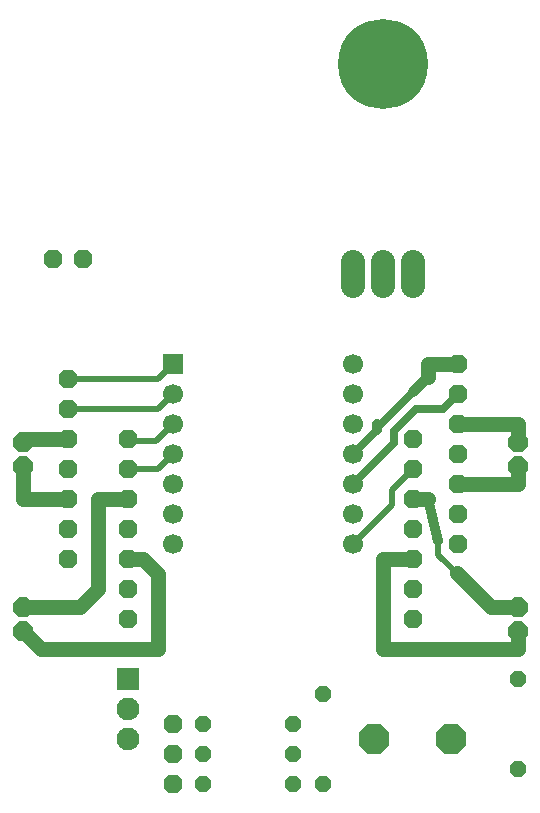
<source format=gbr>
%TF.GenerationSoftware,KiCad,Pcbnew,7.0.9*%
%TF.CreationDate,2023-11-20T12:16:38-05:00*%
%TF.ProjectId,uTerreSoRo_v4.1_bigger_pads_RSC,75546572-7265-4536-9f52-6f5f76342e31,rev?*%
%TF.SameCoordinates,Original*%
%TF.FileFunction,Copper,L16,Bot*%
%TF.FilePolarity,Positive*%
%FSLAX46Y46*%
G04 Gerber Fmt 4.6, Leading zero omitted, Abs format (unit mm)*
G04 Created by KiCad (PCBNEW 7.0.9) date 2023-11-20 12:16:38*
%MOMM*%
%LPD*%
G01*
G04 APERTURE LIST*
G04 Aperture macros list*
%AMOutline5P*
0 Free polygon, 5 corners , with rotation*
0 The origin of the aperture is its center*
0 number of corners: always 5*
0 $1 to $10 corner X, Y*
0 $11 Rotation angle, in degrees counterclockwise*
0 create outline with 5 corners*
4,1,5,$1,$2,$3,$4,$5,$6,$7,$8,$9,$10,$1,$2,$11*%
%AMOutline6P*
0 Free polygon, 6 corners , with rotation*
0 The origin of the aperture is its center*
0 number of corners: always 6*
0 $1 to $12 corner X, Y*
0 $13 Rotation angle, in degrees counterclockwise*
0 create outline with 6 corners*
4,1,6,$1,$2,$3,$4,$5,$6,$7,$8,$9,$10,$11,$12,$1,$2,$13*%
%AMOutline7P*
0 Free polygon, 7 corners , with rotation*
0 The origin of the aperture is its center*
0 number of corners: always 7*
0 $1 to $14 corner X, Y*
0 $15 Rotation angle, in degrees counterclockwise*
0 create outline with 7 corners*
4,1,7,$1,$2,$3,$4,$5,$6,$7,$8,$9,$10,$11,$12,$13,$14,$1,$2,$15*%
%AMOutline8P*
0 Free polygon, 8 corners , with rotation*
0 The origin of the aperture is its center*
0 number of corners: always 8*
0 $1 to $16 corner X, Y*
0 $17 Rotation angle, in degrees counterclockwise*
0 create outline with 8 corners*
4,1,8,$1,$2,$3,$4,$5,$6,$7,$8,$9,$10,$11,$12,$13,$14,$15,$16,$1,$2,$17*%
G04 Aperture macros list end*
%TA.AperFunction,ComponentPad*%
%ADD10Outline8P,-0.800100X0.331412X-0.331412X0.800100X0.331412X0.800100X0.800100X0.331412X0.800100X-0.331412X0.331412X-0.800100X-0.331412X-0.800100X-0.800100X-0.331412X0.000000*%
%TD*%
%TA.AperFunction,ComponentPad*%
%ADD11C,7.620000*%
%TD*%
%TA.AperFunction,ComponentPad*%
%ADD12O,2.032000X4.064000*%
%TD*%
%TA.AperFunction,ComponentPad*%
%ADD13Outline8P,-0.660400X0.273547X-0.273547X0.660400X0.273547X0.660400X0.660400X0.273547X0.660400X-0.273547X0.273547X-0.660400X-0.273547X-0.660400X-0.660400X-0.273547X0.000000*%
%TD*%
%TA.AperFunction,ComponentPad*%
%ADD14C,1.700000*%
%TD*%
%TA.AperFunction,ComponentPad*%
%ADD15R,1.700000X1.700000*%
%TD*%
%TA.AperFunction,ComponentPad*%
%ADD16Outline8P,-0.660400X0.273547X-0.273547X0.660400X0.273547X0.660400X0.660400X0.273547X0.660400X-0.273547X0.273547X-0.660400X-0.273547X-0.660400X-0.660400X-0.273547X180.000000*%
%TD*%
%TA.AperFunction,ComponentPad*%
%ADD17Outline8P,-0.660400X0.273547X-0.273547X0.660400X0.273547X0.660400X0.660400X0.273547X0.660400X-0.273547X0.273547X-0.660400X-0.273547X-0.660400X-0.660400X-0.273547X270.000000*%
%TD*%
%TA.AperFunction,ComponentPad*%
%ADD18Outline8P,-0.838200X0.347194X-0.347194X0.838200X0.347194X0.838200X0.838200X0.347194X0.838200X-0.347194X0.347194X-0.838200X-0.347194X-0.838200X-0.838200X-0.347194X90.000000*%
%TD*%
%TA.AperFunction,ComponentPad*%
%ADD19Outline8P,-0.660400X0.273547X-0.273547X0.660400X0.273547X0.660400X0.660400X0.273547X0.660400X-0.273547X0.273547X-0.660400X-0.273547X-0.660400X-0.660400X-0.273547X90.000000*%
%TD*%
%TA.AperFunction,ComponentPad*%
%ADD20Outline8P,-1.270000X0.526051X-0.526051X1.270000X0.526051X1.270000X1.270000X0.526051X1.270000X-0.526051X0.526051X-1.270000X-0.526051X-1.270000X-1.270000X-0.526051X0.000000*%
%TD*%
%TA.AperFunction,ComponentPad*%
%ADD21C,1.930400*%
%TD*%
%TA.AperFunction,ComponentPad*%
%ADD22R,1.930400X1.930400*%
%TD*%
%TA.AperFunction,Conductor*%
%ADD23C,0.500000*%
%TD*%
%TA.AperFunction,Conductor*%
%ADD24C,1.270000*%
%TD*%
%TA.AperFunction,Conductor*%
%ADD25C,0.812800*%
%TD*%
%TA.AperFunction,Conductor*%
%ADD26C,0.700000*%
%TD*%
G04 APERTURE END LIST*
D10*
%TO.P,PAD38,1*%
%TO.N,GND*%
X130721100Y-82778600D03*
%TD*%
%TO.P,PAD37,1*%
%TO.N,VCC*%
X133261100Y-82778600D03*
%TD*%
D11*
%TO.P,U2,HEAT*%
%TO.N,GND*%
X158661100Y-66268600D03*
D12*
%TO.P,U2,3*%
%TO.N,VCC5V*%
X161201100Y-84048600D03*
%TO.P,U2,2*%
%TO.N,GND*%
X158661100Y-84048600D03*
%TO.P,U2,1*%
%TO.N,VCC*%
X156121100Y-84048600D03*
%TD*%
D13*
%TO.P,R3,2*%
%TO.N,REFV*%
X151041100Y-124688600D03*
%TO.P,R3,1*%
%TO.N,SERIES*%
X143421100Y-124688600D03*
%TD*%
D14*
%TO.P,U1,14*%
%TO.N,VCC5V*%
X156121100Y-91668600D03*
%TO.P,U1,13*%
%TO.N,GND*%
X156121100Y-94208600D03*
%TO.P,U1,12*%
%TO.N,N/C*%
X156121100Y-96748600D03*
%TO.P,U1,11*%
%TO.N,IN7*%
X156121100Y-99288600D03*
%TO.P,U1,10*%
%TO.N,IN8*%
X156121100Y-101828600D03*
%TO.P,U1,9*%
%TO.N,IN5*%
X156121100Y-104368600D03*
%TO.P,U1,8*%
%TO.N,IN6*%
X156121100Y-106908600D03*
%TO.P,U1,7*%
%TO.N,N/C*%
X140881100Y-106908600D03*
%TO.P,U1,6*%
%TO.N,SCL*%
X140881100Y-104368600D03*
%TO.P,U1,5*%
%TO.N,SDA*%
X140881100Y-101828600D03*
%TO.P,U1,4*%
%TO.N,IN4*%
X140881100Y-99288600D03*
%TO.P,U1,3*%
%TO.N,IN3*%
X140881100Y-96748600D03*
%TO.P,U1,2*%
%TO.N,IN2*%
X140881100Y-94208600D03*
D15*
%TO.P,U1,1*%
%TO.N,IN1*%
X140881100Y-91668600D03*
%TD*%
D10*
%TO.P,PAD39,1*%
%TO.N,VOUT*%
X140881100Y-122148600D03*
%TD*%
%TO.P,PAD40,1*%
%TO.N,GND*%
X140881100Y-124688600D03*
%TD*%
%TO.P,PAD41,1*%
%TO.N,REFV*%
X140881100Y-127228600D03*
%TD*%
D16*
%TO.P,R1,2*%
%TO.N,GND*%
X143421100Y-122148600D03*
%TO.P,R1,1*%
%TO.N,REFV*%
X151041100Y-122148600D03*
%TD*%
D13*
%TO.P,R2,2*%
%TO.N,VCC*%
X151041100Y-127228600D03*
%TO.P,R2,1*%
%TO.N,SERIES*%
X143421100Y-127228600D03*
%TD*%
D17*
%TO.P,R4,2*%
%TO.N,VCC*%
X153581100Y-127228600D03*
%TO.P,R4,1*%
%TO.N,VOUT*%
X153581100Y-119608600D03*
%TD*%
D18*
%TO.P,P1,1*%
%TO.N,GNDM1*%
X128181100Y-98288600D03*
%TO.P,P1,2*%
%TO.N,VCCM1*%
X128181100Y-100288600D03*
%TD*%
%TO.P,P2,1*%
%TO.N,GNDM2*%
X128181100Y-112258600D03*
%TO.P,P2,2*%
%TO.N,VCCM2*%
X128181100Y-114258600D03*
%TD*%
%TO.P,P3,1*%
%TO.N,GNDM3*%
X170091100Y-112258600D03*
%TO.P,P3,2*%
%TO.N,VCCM3*%
X170091100Y-114258600D03*
%TD*%
%TO.P,P4,1*%
%TO.N,GNDM4*%
X170091100Y-98288600D03*
%TO.P,P4,2*%
%TO.N,VCCM4*%
X170091100Y-100288600D03*
%TD*%
D19*
%TO.P,R5,2*%
%TO.N,VCC*%
X170091100Y-118338600D03*
%TO.P,R5,1*%
%TO.N,BPOS*%
X170091100Y-125958600D03*
%TD*%
D20*
%TO.P,SP1,2*%
%TO.N,BPOS*%
X164452300Y-123418600D03*
%TO.P,SP1,1*%
%TO.N,DRAIN*%
X157949900Y-123418600D03*
%TD*%
D21*
%TO.P,Q1,3*%
%TO.N,VOUT*%
X137071100Y-123418600D03*
%TO.P,Q1,2*%
%TO.N,DRAIN*%
X137071100Y-120878600D03*
D22*
%TO.P,Q1,1*%
%TO.N,GND*%
X137071100Y-118338600D03*
%TD*%
D10*
%TO.P,PAD29,1*%
%TO.N,VCC*%
X131991100Y-108178600D03*
%TD*%
%TO.P,PAD30,1*%
%TO.N,N/C*%
X131991100Y-105638600D03*
%TD*%
%TO.P,PAD31,1*%
%TO.N,VCCM1*%
X131991100Y-103098600D03*
%TD*%
%TO.P,PAD32,1*%
%TO.N,GND*%
X131991100Y-100558600D03*
%TD*%
%TO.P,PAD33,1*%
%TO.N,GNDM1*%
X131991100Y-98018600D03*
%TD*%
%TO.P,PAD34,1*%
%TO.N,IN2*%
X131991100Y-95478600D03*
%TD*%
%TO.P,PAD35,1*%
%TO.N,IN1*%
X131991100Y-92938600D03*
%TD*%
%TO.P,PAD36,1*%
%TO.N,IN3*%
X137071100Y-98018600D03*
%TD*%
%TO.P,PAD42,1*%
%TO.N,IN4*%
X137071100Y-100558600D03*
%TD*%
%TO.P,PAD43,1*%
%TO.N,GNDM2*%
X137071100Y-103098600D03*
%TD*%
%TO.P,PAD44,1*%
%TO.N,GND*%
X137071100Y-105638600D03*
%TD*%
%TO.P,PAD45,1*%
%TO.N,VCCM2*%
X137071100Y-108178600D03*
%TD*%
%TO.P,PAD46,1*%
%TO.N,N/C*%
X137071100Y-110718600D03*
%TD*%
%TO.P,PAD47,1*%
%TO.N,VCC*%
X137071100Y-113258600D03*
%TD*%
%TO.P,PAD48,1*%
%TO.N,VCC*%
X161201100Y-113258600D03*
%TD*%
%TO.P,PAD49,1*%
%TO.N,N/C*%
X161201100Y-110718600D03*
%TD*%
%TO.P,PAD50,1*%
%TO.N,VCCM3*%
X161201100Y-108178600D03*
%TD*%
%TO.P,PAD51,1*%
%TO.N,GND*%
X161201100Y-105638600D03*
%TD*%
%TO.P,PAD52,1*%
%TO.N,GNDM3*%
X161201100Y-103098600D03*
%TD*%
%TO.P,PAD53,1*%
%TO.N,IN6*%
X161201100Y-100558600D03*
%TD*%
%TO.P,PAD54,1*%
%TO.N,IN5*%
X161201100Y-98018600D03*
%TD*%
%TO.P,PAD55,1*%
%TO.N,IN7*%
X165011100Y-91668600D03*
%TD*%
%TO.P,PAD56,1*%
%TO.N,IN8*%
X165011100Y-94208600D03*
%TD*%
%TO.P,PAD57,1*%
%TO.N,GNDM4*%
X165011100Y-96748600D03*
%TD*%
%TO.P,PAD58,1*%
%TO.N,GND*%
X165011100Y-99288600D03*
%TD*%
%TO.P,PAD59,1*%
%TO.N,VCCM4*%
X165011100Y-101828600D03*
%TD*%
%TO.P,PAD60,1*%
%TO.N,N/C*%
X165011100Y-104368600D03*
%TD*%
%TO.P,PAD61,1*%
%TO.N,VCC*%
X165011100Y-106908600D03*
%TD*%
D23*
%TO.N,IN1*%
X139611100Y-92938600D02*
X131991100Y-92938600D01*
X140881100Y-91668600D02*
X139611100Y-92938600D01*
%TO.N,IN2*%
X139611100Y-95478600D02*
X131991100Y-95478600D01*
X140881100Y-94208600D02*
X139611100Y-95478600D01*
%TO.N,IN3*%
X137223500Y-98171000D02*
X137071100Y-98018600D01*
X139458700Y-98171000D02*
X137223500Y-98171000D01*
X140881100Y-96748600D02*
X139458700Y-98171000D01*
%TO.N,IN4*%
X139611100Y-100558600D02*
X137071100Y-100558600D01*
X140881100Y-99288600D02*
X139611100Y-100558600D01*
%TO.N,GNDM3*%
X164941250Y-109378750D02*
X163366450Y-107803950D01*
X163366450Y-107803950D02*
X163366450Y-106680000D01*
D24*
X167821100Y-112258600D02*
X164941250Y-109378750D01*
D25*
X162471100Y-103098600D02*
X163366450Y-106680000D01*
D23*
%TO.N,IN6*%
X159613600Y-102146100D02*
X161201100Y-100558600D01*
X159454850Y-102304850D02*
X159613600Y-102146100D01*
X159454850Y-103574850D02*
X159454850Y-102304850D01*
X156121100Y-106908600D02*
X159454850Y-103574850D01*
D26*
%TO.N,IN7*%
X158191200Y-97066100D02*
X161201100Y-94056200D01*
X158191200Y-97218500D02*
X158191200Y-97066100D01*
X156121100Y-99288600D02*
X158191200Y-97218500D01*
%TO.N,IN8*%
X163741100Y-95478600D02*
X165011100Y-94208600D01*
X161496031Y-95478600D02*
X163741100Y-95478600D01*
X159613600Y-97361031D02*
X161496031Y-95478600D01*
X159613600Y-97361032D02*
X159613600Y-97361031D01*
X159613600Y-98336100D02*
X159613600Y-97361032D01*
X156121100Y-101828600D02*
X159613600Y-98336100D01*
D24*
%TO.N,VCCM4*%
X165011100Y-101828600D02*
X170091100Y-101828600D01*
X170091100Y-101828600D02*
X170091100Y-100288600D01*
%TO.N,GNDM4*%
X165011100Y-96748600D02*
X170091100Y-96748600D01*
X170091100Y-96748600D02*
X170091100Y-98288600D01*
%TO.N,VCCM3*%
X161201100Y-108178600D02*
X158661100Y-108178600D01*
X158661100Y-108178600D02*
X158661100Y-115798600D01*
X170091100Y-115798600D02*
X158661100Y-115798600D01*
X170091100Y-114258600D02*
X170091100Y-115798600D01*
%TO.N,GNDM3*%
X161201100Y-103098600D02*
X162471100Y-103098600D01*
X170091100Y-112258600D02*
X167821100Y-112258600D01*
%TO.N,VCCM2*%
X139611100Y-109448600D02*
X139611100Y-115798600D01*
X138341100Y-108178600D02*
X139611100Y-109448600D01*
X137071100Y-108178600D02*
X138341100Y-108178600D01*
X139611100Y-115798600D02*
X129721100Y-115798600D01*
X128181100Y-114258600D02*
X129721100Y-115798600D01*
%TO.N,GNDM2*%
X137071100Y-103098600D02*
X134531100Y-103098600D01*
X132991100Y-112258600D02*
X134531100Y-110718600D01*
X134531100Y-103098600D02*
X134531100Y-110718600D01*
X128181100Y-112258600D02*
X132991100Y-112258600D01*
%TO.N,VCCM1*%
X128181100Y-103098600D02*
X131991100Y-103098600D01*
X128181100Y-100288600D02*
X128181100Y-103098600D01*
%TO.N,GNDM1*%
X128451100Y-98018600D02*
X131991100Y-98018600D01*
X128181100Y-98288600D02*
X128451100Y-98018600D01*
%TO.N,IN7*%
X165011100Y-91668600D02*
X162471100Y-91668600D01*
X162471100Y-91668600D02*
X162471100Y-92786200D01*
D25*
X161201100Y-94056200D02*
X162471100Y-92786200D01*
X158191200Y-97218500D02*
X158191200Y-96771850D01*
%TD*%
M02*

</source>
